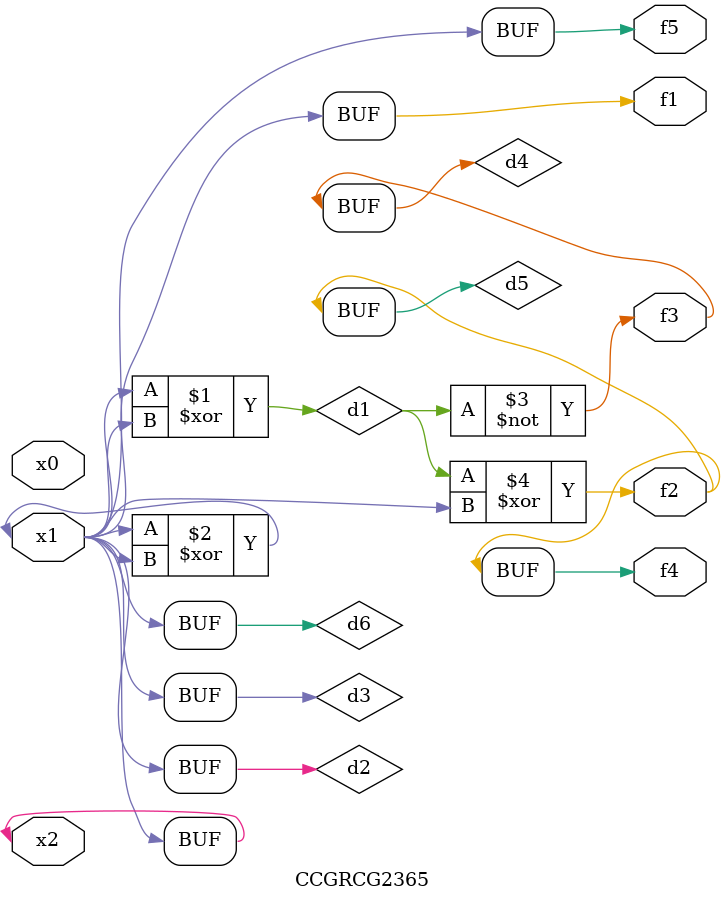
<source format=v>
module CCGRCG2365(
	input x0, x1, x2,
	output f1, f2, f3, f4, f5
);

	wire d1, d2, d3, d4, d5, d6;

	xor (d1, x1, x2);
	buf (d2, x1, x2);
	xor (d3, x1, x2);
	nor (d4, d1);
	xor (d5, d1, d2);
	buf (d6, d2, d3);
	assign f1 = d6;
	assign f2 = d5;
	assign f3 = d4;
	assign f4 = d5;
	assign f5 = d6;
endmodule

</source>
